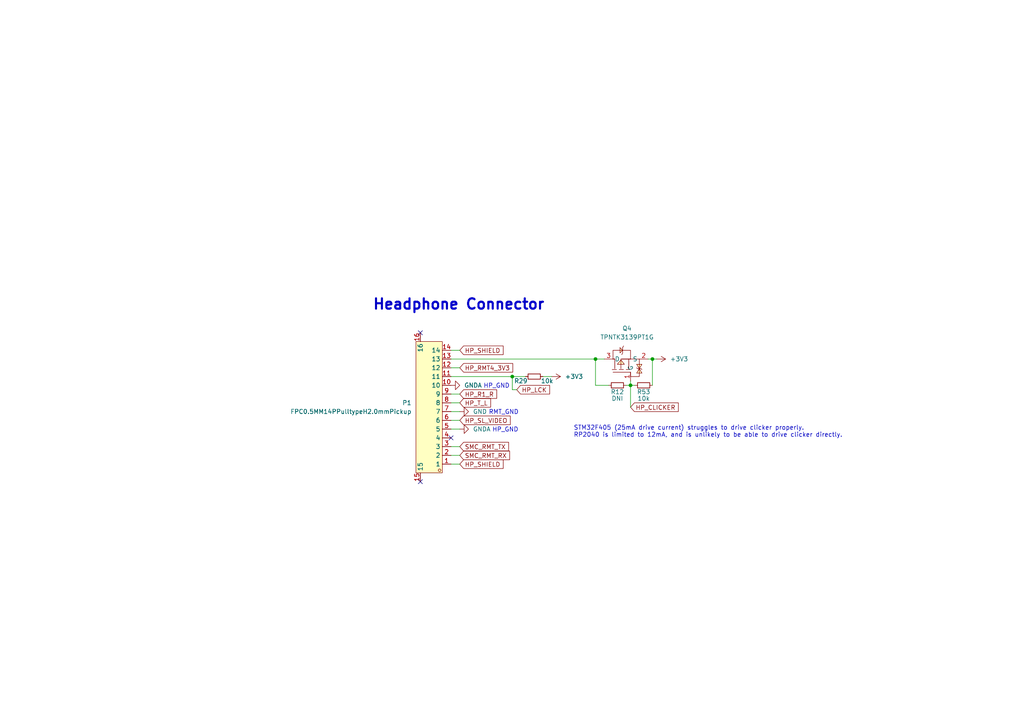
<source format=kicad_sch>
(kicad_sch (version 20211123) (generator eeschema)
  (paper "A4")
  (lib_symbols
    (symbol "Device:R_Small" (pin_numbers hide) (pin_names (offset 0.254) hide)
      (property "Reference" "R" (at 0.762 0.508 0))
      (property "Value" "R_Small" (at 0.762 -1.016 0))
      (symbol "R_Small_0_1"
        (rectangle (start -0.762 1.778) (end 0.762 -1.778) (stroke (width 0.2032)))
      )
      (symbol "R_Small_1_1"
        (pin passive line (at 0 2.54 270) (length 0.762) (name "~") (number "1"))
        (pin passive line (at 0 -2.54 90) (length 0.762) (name "~") (number "2"))
      )
    )
    (symbol "lcsc:FPC0.5MM14PPulltypeH2.0mmPickup"
      (property "Reference" "P?" (at 0 26.67 0))
      (property "Value" "FPC 0.5MM 14P Pull type H2.0mm Pick up" (at 0 -26.67 0))
      (symbol "FPC0.5MM14PPulltypeH2.0mmPickup_0_1"
        (rectangle (start -1.27 19.05) (end 6.35 -19.05) (fill (type background)))
        (circle (center -0.51 18.29) (radius 0.38))
        (pin unspecified line (at -3.81 16.51 0) (length 2.54) (name "1") (number "1"))
        (pin unspecified line (at -3.81 -6.35 0) (length 2.54) (name "10") (number "10"))
        (pin unspecified line (at -3.81 -8.89 0) (length 2.54) (name "11") (number "11"))
        (pin unspecified line (at -3.81 -11.43 0) (length 2.54) (name "12") (number "12"))
        (pin unspecified line (at -3.81 -13.97 0) (length 2.54) (name "13") (number "13"))
        (pin unspecified line (at -3.81 -16.51 0) (length 2.54) (name "14") (number "14"))
        (pin unspecified line (at 5.08 21.59 270) (length 2.54) (name "15") (number "15"))
        (pin unspecified line (at 5.08 -21.59 90) (length 2.54) (name "16") (number "16"))
        (pin unspecified line (at -3.81 13.97 0) (length 2.54) (name "2") (number "2"))
        (pin unspecified line (at -3.81 11.43 0) (length 2.54) (name "3") (number "3"))
        (pin unspecified line (at -3.81 8.89 0) (length 2.54) (name "4") (number "4"))
        (pin unspecified line (at -3.81 6.35 0) (length 2.54) (name "5") (number "5"))
        (pin unspecified line (at -3.81 3.81 0) (length 2.54) (name "6") (number "6"))
        (pin unspecified line (at -3.81 1.27 0) (length 2.54) (name "7") (number "7"))
        (pin unspecified line (at -3.81 -1.27 0) (length 2.54) (name "8") (number "8"))
        (pin unspecified line (at -3.81 -3.81 0) (length 2.54) (name "9") (number "9"))
      )
    )
    (symbol "lcsc:TPNTK3139PT1G"
      (property "Reference" "Q?" (at 0 7.62 0))
      (property "Value" "TPNTK3139PT1G" (at 0 -10.16 0))
      (symbol "TPNTK3139PT1G_0_1"
        (polyline (pts (xy -5.08 -2.54) (xy -3.81 -2.54)))
        (polyline (pts (xy -3.81 -2.54) (xy -3.81 2.54)))
        (polyline (pts (xy -3.05 -1.27) (xy -3.05 -2.29)))
        (polyline (pts (xy -3.05 0.76) (xy -3.05 -0.51)))
        (polyline (pts (xy -3.05 2.79) (xy -3.05 1.52)))
        (polyline (pts (xy -2.79 -2.03) (xy 0 -2.03)))
        (polyline (pts (xy -2.79 0.25) (xy 0 0.25)))
        (polyline (pts (xy -2.54 -2.03) (xy -0.25 -2.03)))
        (polyline (pts (xy 0 0) (xy 0 -2.54)))
        (polyline (pts (xy 0 0.25) (xy 0 -2.54)))
        (polyline (pts (xy 0 2.03) (xy -2.79 2.03)))
        (polyline (pts (xy 0 2.03) (xy -2.54 2.03)))
        (polyline (pts (xy 0 2.54) (xy 0 2.03)))
        (polyline (pts (xy 0 2.54) (xy 0 2.03)))
        (polyline (pts (xy 3.3 -0.25) (xy 3.81 -0.51)))
        (polyline (pts (xy 3.3 -0.25) (xy 1.78 -0.25) (xy 1.27 0)))
        (polyline (pts (xy -5.08 -2.54) (xy -5.08 -5.08) (xy 0 -5.08) (xy 0 -2.54)))
        (polyline (pts (xy -2.54 -4.32) (xy -2.79 -4.57) (xy -2.79 -5.59) (xy -3.05 -5.84)))
        (polyline (pts (xy -1.52 1.27) (xy -1.52 -0.76) (xy -0.25 0.25) (xy -1.52 1.27)) (fill (type background)))
        (polyline (pts (xy 0 2.54) (xy 2.54 2.54) (xy 2.54 -2.54) (xy 0 -2.54)))
        (polyline (pts (xy -4.06 -5.84) (xy -4.06 -4.32) (xy -2.79 -5.08) (xy -4.06 -5.84) (xy -4.06 -5.84)) (fill (type background)))
        (polyline (pts (xy -1.52 -4.32) (xy -1.52 -5.84) (xy -2.79 -5.08) (xy -1.52 -4.32) (xy -1.52 -4.32)) (fill (type background)))
        (polyline (pts (xy 3.3 0.51) (xy 1.78 0.51) (xy 2.54 -0.25) (xy 3.3 0.51) (xy 3.3 0.51)) (fill (type background)))
        (pin unspecified line (at -6.35 -2.54 0) (length 2.54) (name "G") (number "1"))
        (pin unspecified line (at 0 -7.62 90) (length 2.54) (name "S") (number "2"))
        (pin unspecified line (at 0 5.08 270) (length 2.54) (name "D") (number "3"))
      )
    )
    (symbol "power:+3.3V" (power) (pin_names (offset 0))
      (property "Value" "+3.3V" (at 0 3.556 0))
      (symbol "+3.3V_0_1"
        (polyline (pts (xy -0.762 1.27) (xy 0 2.54)))
        (polyline (pts (xy 0 0) (xy 0 2.54)))
        (polyline (pts (xy 0 2.54) (xy 0.762 1.27)))
      )
      (symbol "+3.3V_1_1"
        (pin power_in line (at 0 0 90) (length 0) hide (name "+3V3") (number "1"))
      )
    )
    (symbol "power:GND" (power) (pin_names (offset 0))
      (property "Value" "GND" (at 0 -3.81 0))
      (symbol "GND_0_1"
        (polyline (pts (xy 0 0) (xy 0 -1.27) (xy 1.27 -1.27) (xy 0 -2.54) (xy -1.27 -1.27) (xy 0 -1.27)))
      )
      (symbol "GND_1_1"
        (pin power_in line (at 0 0 270) (length 0) hide (name "GND") (number "1"))
      )
    )
    (symbol "power:GNDA" (power) (pin_names (offset 0))
      (property "Value" "GNDA" (at 0 -3.81 0))
      (symbol "GNDA_0_1"
        (polyline (pts (xy 0 0) (xy 0 -1.27) (xy 1.27 -1.27) (xy 0 -2.54) (xy -1.27 -1.27) (xy 0 -1.27)))
      )
      (symbol "GNDA_1_1"
        (pin power_in line (at 0 0 270) (length 0) hide (name "GNDA") (number "1"))
      )
    )
  )
  (junction (at 148.59 109.22))
  (junction (at 182.88 111.76))
  (junction (at 172.72 104.14))
  (junction (at 189.23 104.14))
  (no_connect (at 121.92 139.7))
  (no_connect (at 121.92 96.52))
  (no_connect (at 130.81 127))
  (wire (pts (xy 182.88 111.76) (xy 182.88 110.49)))
  (wire (pts (xy 130.81 116.84) (xy 133.35 116.84)))
  (wire (pts (xy 189.23 104.14) (xy 189.23 111.76)))
  (wire (pts (xy 130.81 104.14) (xy 172.72 104.14)))
  (wire (pts (xy 130.81 109.22) (xy 148.59 109.22)))
  (wire (pts (xy 130.81 129.54) (xy 133.35 129.54)))
  (wire (pts (xy 148.59 113.03) (xy 148.59 109.22)))
  (wire (pts (xy 182.88 111.76) (xy 182.88 118.11)))
  (wire (pts (xy 157.48 109.22) (xy 160.02 109.22)))
  (wire (pts (xy 189.23 104.14) (xy 190.5 104.14)))
  (wire (pts (xy 187.96 104.14) (xy 189.23 104.14)))
  (wire (pts (xy 176.53 111.76) (xy 172.72 111.76)))
  (wire (pts (xy 130.81 106.68) (xy 133.35 106.68)))
  (wire (pts (xy 130.81 119.38) (xy 133.35 119.38)))
  (wire (pts (xy 184.15 111.76) (xy 182.88 111.76)))
  (wire (pts (xy 130.81 121.92) (xy 133.35 121.92)))
  (wire (pts (xy 130.81 124.46) (xy 133.35 124.46)))
  (wire (pts (xy 181.61 111.76) (xy 182.88 111.76)))
  (wire (pts (xy 130.81 114.3) (xy 133.35 114.3)))
  (wire (pts (xy 130.81 101.6) (xy 133.35 101.6)))
  (wire (pts (xy 172.72 111.76) (xy 172.72 104.14)))
  (wire (pts (xy 172.72 104.14) (xy 175.26 104.14)))
  (wire (pts (xy 149.86 113.03) (xy 148.59 113.03)))
  (wire (pts (xy 130.81 132.08) (xy 133.35 132.08)))
  (wire (pts (xy 148.59 109.22) (xy 152.4 109.22)))
  (wire (pts (xy 130.81 134.62) (xy 133.35 134.62)))
  (text "RMT_GND" (at 141.732 120.396 0) (effects (font (size 1.27 1.27)) (justify left bottom)))
  (text "Headphone Connector" (at 107.95 90.17 0) (effects (font (size 3 3) (thickness 0.6) bold) (justify left bottom)))
  (text "STM32F405 (25mA drive current) struggles to drive clicker properly.\nRP2040 is limited to 12mA, and is unlikely to be able to drive clicker directly." (at 166.37 127 0) (effects (font (size 1.27 1.27)) (justify left bottom)))
  (text "HP_GND" (at 142.748 125.476 0) (effects (font (size 1.27 1.27)) (justify left bottom)))
  (text "HP_GND" (at 140.208 112.776 0) (effects (font (size 1.27 1.27)) (justify left bottom)))
  (global_label "HP_SHIELD" (shape input) (at 133.35 101.6 0) (property "Intersheet References" "${INTERSHEET_REFS}" (effects hide)))
  (global_label "HP_SHIELD" (shape input) (at 133.35 134.62 0) (property "Intersheet References" "${INTERSHEET_REFS}" (effects hide)))
  (global_label "HP_LCK" (shape input) (at 149.86 113.03 0) (property "Intersheet References" "${INTERSHEET_REFS}" (effects hide)))
  (global_label "HP_T_L" (shape input) (at 133.35 116.84 0) (property "Intersheet References" "${INTERSHEET_REFS}" (effects hide)))
  (global_label "SMC_RMT_RX" (shape input) (at 133.35 132.08 0) (property "Intersheet References" "${INTERSHEET_REFS}" (effects hide)))
  (global_label "SMC_RMT_TX" (shape input) (at 133.35 129.54 0) (property "Intersheet References" "${INTERSHEET_REFS}" (effects hide)))
  (global_label "HP_SL_VIDEO" (shape input) (at 133.35 121.92 0) (property "Intersheet References" "${INTERSHEET_REFS}" (effects hide)))
  (global_label "HP_RMT4_3V3" (shape input) (at 133.35 106.68 0) (property "Intersheet References" "${INTERSHEET_REFS}" (effects hide)))
  (global_label "HP_CLICKER" (shape input) (at 182.88 118.11 0) (property "Intersheet References" "${INTERSHEET_REFS}" (effects hide)))
  (global_label "HP_R1_R" (shape input) (at 133.35 114.3 0) (property "Intersheet References" "${INTERSHEET_REFS}" (effects hide)))
  (symbol (lib_id "lcsc:TPNTK3139PT1G") (at 180.34 104.14 90) (unit 1)
    (property "Reference" "Q4" (at 181.865 95.25 90))
    (property "Value" "TPNTK3139PT1G" (at 181.865 97.79 90))
    (property "Footprint" "lcsc:SOT-723_L1.2-W0.8-P0.40-LS1.2-BR" (effects hide))
    (property "Datasheet" "https://lcsc.com/product-detail/MOSFET_TECH-PUBLIC-TPNTK3139PT1G_C558623.html" (effects hide))
    (property "Manufacturer" "TECH PUBLIC" (effects hide))
    (property "LCSC Part" "C558623" (effects hide))
    (property "JLC Part" "Extended Part" (effects hide))
  )
  (symbol (lib_id "lcsc:FPC0.5MM14PPulltypeH2.0mmPickup") (at 127 118.11 180) (unit 1)
    (property "Reference" "P1" (at 119.38 116.8399 0) (effects (justify left)))
    (property "Value" "FPC0.5MM14PPulltypeH2.0mmPickup" (at 119.38 119.3799 0) (effects (justify left)))
    (property "Footprint" "lcsc:FPC-SMD_14P-L12.5-W5.4-P0.50" (effects hide))
    (property "Datasheet" "https://lcsc.com/product-detail/FPC-Connectors_FPC-0-5mmpitch-14P-H2-0mm-Pull-type-Pick-up_C11087.html" (effects hide))
    (property "Manufacturer" "ReliaPro" (effects hide))
    (property "LCSC Part" "C11087" (effects hide))
    (property "JLC Part" "Extended Part" (effects hide))
  )
  (symbol (lib_id "power:GNDA") (at 133.35 124.46 90) (unit 1)
    (property "Reference" "#PWR067" (effects hide))
    (property "Value" "GNDA" (at 137.16 124.4599 90) (effects (justify right)))
  )
  (symbol (lib_id "Device:R_Small") (at 186.69 111.76 270) (unit 1)
    (property "Reference" "R53" (at 186.69 113.665 90))
    (property "Value" "10k" (at 186.69 115.57 90))
    (property "Footprint" "Resistor_SMD:R_0402_1005Metric" (effects hide))
  )
  (symbol (lib_id "power:+3.3V") (at 160.02 109.22 270) (unit 1)
    (property "Reference" "#PWR068" (effects hide))
    (property "Value" "+3.3V" (at 163.83 109.2199 90) (effects (justify left)))
  )
  (symbol (lib_id "power:GND") (at 133.35 119.38 90) (unit 1)
    (property "Reference" "#PWR066" (effects hide))
    (property "Value" "GND" (at 137.16 119.3799 90) (effects (justify right)))
  )
  (symbol (lib_id "power:GNDA") (at 130.81 111.76 90) (unit 1)
    (property "Reference" "#PWR0127" (effects hide))
    (property "Value" "GNDA" (at 134.62 111.7599 90) (effects (justify right)))
  )
  (symbol (lib_id "power:+3.3V") (at 190.5 104.14 270) (unit 1)
    (property "Reference" "#PWR0126" (effects hide))
    (property "Value" "+3.3V" (at 194.31 104.1399 90) (effects (justify left)))
  )
  (symbol (lib_id "Device:R_Small") (at 179.07 111.76 270) (unit 1)
    (property "Reference" "R12" (at 179.07 113.665 90))
    (property "Value" "DNI" (at 179.07 115.57 90))
    (property "Footprint" "Resistor_SMD:R_0402_1005Metric" (effects hide))
  )
  (symbol (lib_id "Device:R_Small") (at 154.94 109.22 90) (unit 1)
    (property "Reference" "R29" (at 153.035 110.49 90) (effects (justify left)))
    (property "Value" "10k" (at 156.845 110.49 90) (effects (justify right)))
    (property "Footprint" "Resistor_SMD:R_0402_1005Metric" (effects hide))
  )
)
</source>
